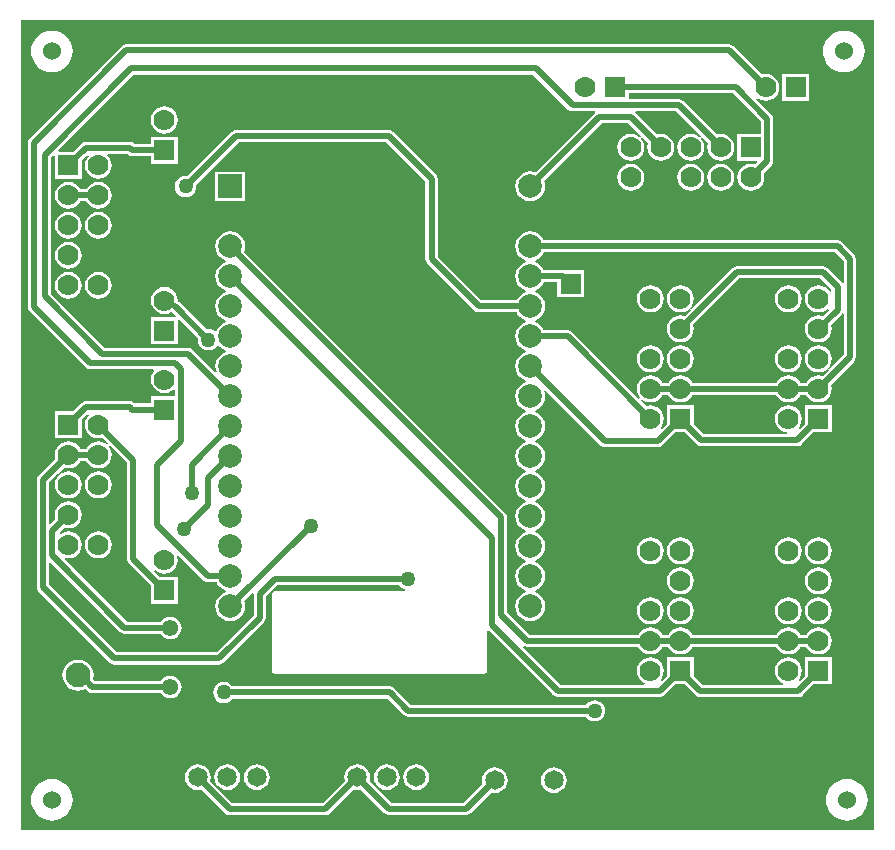
<source format=gbl>
G04*
G04 #@! TF.GenerationSoftware,Altium Limited,Altium Designer,21.6.4 (81)*
G04*
G04 Layer_Physical_Order=2*
G04 Layer_Color=16711680*
%FSLAX25Y25*%
%MOIN*%
G70*
G04*
G04 #@! TF.SameCoordinates,3774DA31-8614-4C77-8703-5363F9479B90*
G04*
G04*
G04 #@! TF.FilePolarity,Positive*
G04*
G01*
G75*
%ADD25C,0.02000*%
%ADD26C,0.06000*%
%ADD27R,0.07874X0.07874*%
%ADD28C,0.07874*%
%ADD29C,0.07000*%
%ADD30R,0.07000X0.07000*%
%ADD31C,0.06496*%
%ADD32R,0.06496X0.06496*%
%ADD33R,0.07000X0.07000*%
%ADD34C,0.05437*%
%ADD35C,0.08268*%
%ADD36C,0.05000*%
G36*
X407428Y166529D02*
X123335D01*
Y436471D01*
X407428D01*
Y166529D01*
D02*
G37*
%LPC*%
G36*
X397500Y432939D02*
X396146Y432806D01*
X394845Y432411D01*
X393645Y431770D01*
X392593Y430907D01*
X391730Y429855D01*
X391089Y428655D01*
X390694Y427354D01*
X390561Y426000D01*
X390694Y424646D01*
X391089Y423345D01*
X391730Y422145D01*
X392593Y421093D01*
X393645Y420230D01*
X394845Y419589D01*
X396146Y419194D01*
X397500Y419061D01*
X398854Y419194D01*
X400155Y419589D01*
X401355Y420230D01*
X402407Y421093D01*
X403269Y422145D01*
X403911Y423345D01*
X404306Y424646D01*
X404439Y426000D01*
X404306Y427354D01*
X403911Y428655D01*
X403269Y429855D01*
X402407Y430907D01*
X401355Y431770D01*
X400155Y432411D01*
X398854Y432806D01*
X397500Y432939D01*
D02*
G37*
G36*
X133500D02*
X132146Y432806D01*
X130845Y432411D01*
X129645Y431770D01*
X128593Y430907D01*
X127731Y429855D01*
X127089Y428655D01*
X126694Y427354D01*
X126561Y426000D01*
X126694Y424646D01*
X127089Y423345D01*
X127731Y422145D01*
X128593Y421093D01*
X129645Y420230D01*
X130845Y419589D01*
X132146Y419194D01*
X133500Y419061D01*
X134854Y419194D01*
X136155Y419589D01*
X137355Y420230D01*
X138407Y421093D01*
X139269Y422145D01*
X139911Y423345D01*
X140306Y424646D01*
X140439Y426000D01*
X140306Y427354D01*
X139911Y428655D01*
X139269Y429855D01*
X138407Y430907D01*
X137355Y431770D01*
X136155Y432411D01*
X134854Y432806D01*
X133500Y432939D01*
D02*
G37*
G36*
X386000Y418500D02*
X377000D01*
Y409500D01*
X386000D01*
Y418500D01*
D02*
G37*
G36*
X158358Y428339D02*
X157578Y428184D01*
X156916Y427742D01*
X126158Y396984D01*
X125716Y396322D01*
X125561Y395542D01*
Y340817D01*
X125716Y340037D01*
X126158Y339375D01*
X144869Y320665D01*
X145530Y320222D01*
X146311Y320067D01*
X167353D01*
X167600Y319567D01*
X167069Y318876D01*
X166616Y317781D01*
X166461Y316606D01*
X166616Y315432D01*
X167069Y314337D01*
X167791Y313397D01*
X168731Y312676D01*
X169825Y312222D01*
X171000Y312068D01*
X172175Y312222D01*
X173269Y312676D01*
X174061Y313283D01*
X174561Y313082D01*
Y311106D01*
X166500D01*
Y308646D01*
X161238D01*
X161042Y308842D01*
X160380Y309284D01*
X159600Y309439D01*
X144900D01*
X144120Y309284D01*
X143458Y308842D01*
X140616Y306000D01*
X134500D01*
Y297000D01*
X143500D01*
Y303116D01*
X145381Y304998D01*
X145758Y304667D01*
X145069Y303769D01*
X144616Y302675D01*
X144461Y301500D01*
X144616Y300325D01*
X145069Y299231D01*
X145791Y298291D01*
X146731Y297569D01*
X147825Y297116D01*
X149000Y296961D01*
X150175Y297116D01*
X150405Y297211D01*
X152264Y295352D01*
X152266Y295296D01*
X152089Y295147D01*
X151775Y295043D01*
X151269Y295431D01*
X150175Y295884D01*
X149000Y296039D01*
X147825Y295884D01*
X146731Y295431D01*
X145791Y294709D01*
X145069Y293769D01*
X144974Y293539D01*
X143026D01*
X142931Y293769D01*
X142209Y294709D01*
X141269Y295431D01*
X140175Y295884D01*
X139000Y296039D01*
X137825Y295884D01*
X136731Y295431D01*
X135791Y294709D01*
X135069Y293769D01*
X134616Y292675D01*
X134461Y291500D01*
X134616Y290325D01*
X134711Y290095D01*
X129058Y284442D01*
X128616Y283780D01*
X128461Y283000D01*
Y247500D01*
X128616Y246720D01*
X129058Y246058D01*
X152938Y222178D01*
X152938Y222178D01*
X153600Y221736D01*
X154380Y221581D01*
X154380Y221581D01*
X189252D01*
X190032Y221736D01*
X190694Y222178D01*
X204242Y235726D01*
X204684Y236388D01*
X204839Y237168D01*
X204839Y237168D01*
Y244234D01*
X208666Y248061D01*
X249253D01*
X249604Y247604D01*
X250335Y247043D01*
X251186Y246690D01*
X251133Y246193D01*
X207921D01*
X207531Y246115D01*
X207200Y245894D01*
X206979Y245563D01*
X206902Y245173D01*
Y219622D01*
X206979Y219232D01*
X207200Y218901D01*
X207531Y218680D01*
X207921Y218602D01*
X277567D01*
X277957Y218680D01*
X278288Y218901D01*
X278509Y219232D01*
X278587Y219622D01*
Y232867D01*
X279086Y233074D01*
X300719Y211442D01*
X300719Y211442D01*
X301381Y211000D01*
X302161Y210845D01*
X302161Y210845D01*
X336384D01*
X337164Y211000D01*
X337826Y211442D01*
X341384Y215000D01*
X344616D01*
X348258Y211358D01*
X348920Y210916D01*
X349700Y210761D01*
X382300D01*
X383080Y210916D01*
X383742Y211358D01*
X387384Y215000D01*
X393500D01*
Y224000D01*
X384500D01*
Y217884D01*
X382852Y216236D01*
X382796Y216234D01*
X382647Y216411D01*
X382543Y216725D01*
X382931Y217231D01*
X383384Y218325D01*
X383539Y219500D01*
X383384Y220675D01*
X382931Y221769D01*
X382209Y222709D01*
X381269Y223431D01*
X380175Y223884D01*
X379000Y224039D01*
X377825Y223884D01*
X376731Y223431D01*
X375791Y222709D01*
X375069Y221769D01*
X374616Y220675D01*
X374461Y219500D01*
X374616Y218325D01*
X375069Y217231D01*
X375791Y216291D01*
X376731Y215569D01*
X377286Y215339D01*
X377187Y214839D01*
X350545D01*
X347500Y217884D01*
Y224000D01*
X338500D01*
Y217884D01*
X336852Y216236D01*
X336796Y216234D01*
X336647Y216411D01*
X336543Y216725D01*
X336931Y217231D01*
X337384Y218325D01*
X337539Y219500D01*
X337384Y220675D01*
X336931Y221769D01*
X336209Y222709D01*
X335269Y223431D01*
X334175Y223884D01*
X333000Y224039D01*
X331825Y223884D01*
X330731Y223431D01*
X329791Y222709D01*
X329069Y221769D01*
X328616Y220675D01*
X328461Y219500D01*
X328616Y218325D01*
X329069Y217231D01*
X329791Y216291D01*
X330731Y215569D01*
X331084Y215423D01*
X330984Y214923D01*
X303006D01*
X290487Y227442D01*
X290805Y227830D01*
X291126Y227616D01*
X291906Y227461D01*
X328974D01*
X329069Y227231D01*
X329791Y226291D01*
X330731Y225569D01*
X331825Y225116D01*
X333000Y224961D01*
X334175Y225116D01*
X335269Y225569D01*
X336209Y226291D01*
X336931Y227231D01*
X337026Y227461D01*
X338974D01*
X339069Y227231D01*
X339791Y226291D01*
X340731Y225569D01*
X341825Y225116D01*
X343000Y224961D01*
X344175Y225116D01*
X345269Y225569D01*
X346209Y226291D01*
X346931Y227231D01*
X347026Y227461D01*
X374974D01*
X375069Y227231D01*
X375791Y226291D01*
X376731Y225569D01*
X377825Y225116D01*
X379000Y224961D01*
X380175Y225116D01*
X381269Y225569D01*
X382209Y226291D01*
X382931Y227231D01*
X383026Y227461D01*
X384974D01*
X385069Y227231D01*
X385791Y226291D01*
X386731Y225569D01*
X387825Y225116D01*
X389000Y224961D01*
X390175Y225116D01*
X391269Y225569D01*
X392209Y226291D01*
X392931Y227231D01*
X393384Y228325D01*
X393539Y229500D01*
X393384Y230675D01*
X392931Y231769D01*
X392209Y232709D01*
X391269Y233431D01*
X390175Y233884D01*
X389000Y234039D01*
X387825Y233884D01*
X386731Y233431D01*
X385791Y232709D01*
X385069Y231769D01*
X384974Y231539D01*
X383026D01*
X382931Y231769D01*
X382209Y232709D01*
X381269Y233431D01*
X380175Y233884D01*
X379000Y234039D01*
X377825Y233884D01*
X376731Y233431D01*
X375791Y232709D01*
X375069Y231769D01*
X374974Y231539D01*
X347026D01*
X346931Y231769D01*
X346209Y232709D01*
X345269Y233431D01*
X344175Y233884D01*
X343000Y234039D01*
X341825Y233884D01*
X340731Y233431D01*
X339791Y232709D01*
X339069Y231769D01*
X338974Y231539D01*
X337026D01*
X336931Y231769D01*
X336209Y232709D01*
X335269Y233431D01*
X334175Y233884D01*
X333000Y234039D01*
X331825Y233884D01*
X330731Y233431D01*
X329791Y232709D01*
X329069Y231769D01*
X328974Y231539D01*
X292751D01*
X285283Y239007D01*
Y270756D01*
X285128Y271536D01*
X284686Y272198D01*
X197623Y359261D01*
X197810Y359711D01*
X197980Y361000D01*
X197810Y362289D01*
X197312Y363490D01*
X196521Y364521D01*
X195490Y365313D01*
X194289Y365810D01*
X193000Y365980D01*
X191711Y365810D01*
X190510Y365313D01*
X189479Y364521D01*
X188688Y363490D01*
X188190Y362289D01*
X188020Y361000D01*
X188190Y359711D01*
X188688Y358510D01*
X189479Y357479D01*
X190510Y356687D01*
X191517Y356271D01*
Y355729D01*
X190510Y355312D01*
X189479Y354521D01*
X188688Y353490D01*
X188190Y352289D01*
X188020Y351000D01*
X188190Y349711D01*
X188688Y348510D01*
X189479Y347479D01*
X190510Y346688D01*
X191517Y346271D01*
Y345729D01*
X190510Y345312D01*
X189479Y344521D01*
X188688Y343490D01*
X188190Y342289D01*
X188020Y341000D01*
X188190Y339711D01*
X188688Y338510D01*
X189479Y337479D01*
X190510Y336687D01*
X191517Y336271D01*
Y335729D01*
X190510Y335313D01*
X189479Y334521D01*
X188688Y333490D01*
X188408Y332816D01*
X187800Y332653D01*
X187411Y332951D01*
X186559Y333304D01*
X185646Y333424D01*
X185074Y333349D01*
X175861Y342562D01*
X175525Y342787D01*
X175539Y342894D01*
X175384Y344069D01*
X174931Y345163D01*
X174209Y346103D01*
X173269Y346825D01*
X172175Y347278D01*
X171000Y347433D01*
X169825Y347278D01*
X168731Y346825D01*
X167791Y346103D01*
X167069Y345163D01*
X166616Y344069D01*
X166461Y342894D01*
X166616Y341719D01*
X167069Y340624D01*
X167791Y339684D01*
X168731Y338963D01*
X169825Y338510D01*
X171000Y338355D01*
X172175Y338510D01*
X173269Y338963D01*
X173509Y339147D01*
X174800Y337856D01*
X174609Y337394D01*
X166500D01*
Y328394D01*
X175500D01*
Y336502D01*
X175962Y336694D01*
X182191Y330465D01*
X182115Y329894D01*
X182236Y328980D01*
X182589Y328129D01*
X183150Y327398D01*
X183881Y326837D01*
X184732Y326484D01*
X185646Y326364D01*
X186559Y326484D01*
X187411Y326837D01*
X188142Y327398D01*
X188526Y327899D01*
X189129Y327935D01*
X189479Y327479D01*
X190510Y326688D01*
X191517Y326271D01*
Y325729D01*
X190510Y325312D01*
X189479Y324521D01*
X188688Y323490D01*
X188190Y322289D01*
X188020Y321000D01*
X188190Y319711D01*
X188409Y319181D01*
X187986Y318898D01*
X180242Y326642D01*
X179580Y327084D01*
X178800Y327239D01*
X151145D01*
X133116Y345268D01*
Y390529D01*
X134038Y391451D01*
X134500Y391259D01*
Y383500D01*
X143500D01*
Y389616D01*
X145381Y391498D01*
X145758Y391167D01*
X145069Y390269D01*
X144616Y389175D01*
X144461Y388000D01*
X144616Y386825D01*
X145069Y385731D01*
X145791Y384791D01*
X146731Y384069D01*
X147825Y383616D01*
X149000Y383461D01*
X150175Y383616D01*
X151269Y384069D01*
X152209Y384791D01*
X152931Y385731D01*
X153384Y386825D01*
X153539Y388000D01*
X153384Y389175D01*
X152931Y390269D01*
X152209Y391209D01*
X151978Y391387D01*
X152138Y391861D01*
X158755D01*
X158952Y391665D01*
X159613Y391222D01*
X160394Y391067D01*
X166500D01*
Y388606D01*
X175500D01*
Y397606D01*
X166500D01*
Y395146D01*
X161238D01*
X161042Y395342D01*
X160380Y395784D01*
X159600Y395939D01*
X144900D01*
X144120Y395784D01*
X143458Y395342D01*
X140616Y392500D01*
X135741D01*
X135549Y392962D01*
X160848Y418261D01*
X293955D01*
X305658Y406558D01*
X306320Y406116D01*
X307100Y405961D01*
X307100Y405961D01*
X314435D01*
X314586Y405461D01*
X314558Y405442D01*
X294739Y385623D01*
X294289Y385810D01*
X293000Y385980D01*
X291711Y385810D01*
X290510Y385313D01*
X289479Y384521D01*
X288687Y383490D01*
X288190Y382289D01*
X288020Y381000D01*
X288190Y379711D01*
X288687Y378510D01*
X289479Y377479D01*
X290510Y376688D01*
X291711Y376190D01*
X293000Y376020D01*
X294289Y376190D01*
X295490Y376688D01*
X296521Y377479D01*
X297312Y378510D01*
X297810Y379711D01*
X297980Y381000D01*
X297810Y382289D01*
X297623Y382739D01*
X316845Y401961D01*
X325655D01*
X329998Y397619D01*
X329667Y397242D01*
X329374Y397466D01*
X328769Y397931D01*
X327675Y398384D01*
X326500Y398539D01*
X325325Y398384D01*
X324231Y397931D01*
X323291Y397209D01*
X322569Y396269D01*
X322116Y395175D01*
X321961Y394000D01*
X322116Y392825D01*
X322569Y391731D01*
X323291Y390791D01*
X324231Y390069D01*
X325325Y389616D01*
X326500Y389461D01*
X327675Y389616D01*
X328769Y390069D01*
X329709Y390791D01*
X330431Y391731D01*
X330884Y392825D01*
X331039Y394000D01*
X330884Y395175D01*
X330431Y396269D01*
X329966Y396874D01*
X329742Y397167D01*
X330119Y397498D01*
X332211Y395405D01*
X332116Y395175D01*
X331961Y394000D01*
X332116Y392825D01*
X332569Y391731D01*
X333291Y390791D01*
X334231Y390069D01*
X335325Y389616D01*
X336500Y389461D01*
X337675Y389616D01*
X338769Y390069D01*
X339709Y390791D01*
X340431Y391731D01*
X340884Y392825D01*
X341039Y394000D01*
X340884Y395175D01*
X340431Y396269D01*
X339709Y397209D01*
X338769Y397931D01*
X337675Y398384D01*
X336500Y398539D01*
X335325Y398384D01*
X335095Y398289D01*
X327942Y405442D01*
X327914Y405461D01*
X328065Y405961D01*
X341655D01*
X349998Y397619D01*
X349667Y397242D01*
X349374Y397466D01*
X348769Y397931D01*
X347675Y398384D01*
X346500Y398539D01*
X345325Y398384D01*
X344231Y397931D01*
X343291Y397209D01*
X342569Y396269D01*
X342116Y395175D01*
X341961Y394000D01*
X342116Y392825D01*
X342569Y391731D01*
X343291Y390791D01*
X344231Y390069D01*
X345325Y389616D01*
X346500Y389461D01*
X347675Y389616D01*
X348769Y390069D01*
X349709Y390791D01*
X350431Y391731D01*
X350884Y392825D01*
X351039Y394000D01*
X350884Y395175D01*
X350431Y396269D01*
X349967Y396874D01*
X349742Y397167D01*
X350119Y397498D01*
X352211Y395405D01*
X352116Y395175D01*
X351961Y394000D01*
X352116Y392825D01*
X352569Y391731D01*
X353291Y390791D01*
X354231Y390069D01*
X355325Y389616D01*
X356500Y389461D01*
X357675Y389616D01*
X358769Y390069D01*
X359709Y390791D01*
X360431Y391731D01*
X360884Y392825D01*
X361039Y394000D01*
X360884Y395175D01*
X360431Y396269D01*
X359709Y397209D01*
X358769Y397931D01*
X357675Y398384D01*
X356500Y398539D01*
X355325Y398384D01*
X355095Y398289D01*
X343942Y409442D01*
X343280Y409884D01*
X342500Y410039D01*
X325894D01*
Y411961D01*
X360655D01*
X369961Y402655D01*
Y398500D01*
X362000D01*
Y389500D01*
X368463D01*
X368654Y389038D01*
X367905Y388289D01*
X367675Y388384D01*
X366500Y388539D01*
X365325Y388384D01*
X364231Y387931D01*
X363291Y387209D01*
X362569Y386269D01*
X362116Y385175D01*
X361961Y384000D01*
X362116Y382825D01*
X362569Y381731D01*
X363291Y380791D01*
X364231Y380069D01*
X365325Y379616D01*
X366500Y379461D01*
X367675Y379616D01*
X368769Y380069D01*
X369709Y380791D01*
X370431Y381731D01*
X370884Y382825D01*
X371039Y384000D01*
X370884Y385175D01*
X370789Y385405D01*
X373442Y388058D01*
X373442Y388058D01*
X373884Y388720D01*
X374039Y389500D01*
Y403500D01*
X373884Y404280D01*
X373442Y404942D01*
X368236Y410148D01*
X368234Y410204D01*
X368411Y410353D01*
X368725Y410457D01*
X369231Y410069D01*
X370325Y409616D01*
X371500Y409461D01*
X372675Y409616D01*
X373769Y410069D01*
X374709Y410791D01*
X375431Y411731D01*
X375884Y412825D01*
X376039Y414000D01*
X375884Y415175D01*
X375431Y416269D01*
X374709Y417209D01*
X373769Y417931D01*
X372675Y418384D01*
X371500Y418539D01*
X370325Y418384D01*
X370095Y418289D01*
X360642Y427742D01*
X359980Y428184D01*
X359200Y428339D01*
X158358D01*
X158358Y428339D01*
D02*
G37*
G36*
X171000Y407645D02*
X169825Y407491D01*
X168731Y407037D01*
X167791Y406316D01*
X167069Y405376D01*
X166616Y404281D01*
X166461Y403106D01*
X166616Y401932D01*
X167069Y400837D01*
X167791Y399897D01*
X168731Y399176D01*
X169825Y398722D01*
X171000Y398568D01*
X172175Y398722D01*
X173269Y399176D01*
X174209Y399897D01*
X174931Y400837D01*
X175384Y401932D01*
X175539Y403106D01*
X175384Y404281D01*
X174931Y405376D01*
X174209Y406316D01*
X173269Y407037D01*
X172175Y407491D01*
X171000Y407645D01*
D02*
G37*
G36*
X149000Y382539D02*
X147825Y382384D01*
X146731Y381931D01*
X145791Y381209D01*
X145069Y380269D01*
X144974Y380039D01*
X143026D01*
X142931Y380269D01*
X142209Y381209D01*
X141269Y381931D01*
X140175Y382384D01*
X139000Y382539D01*
X137825Y382384D01*
X136731Y381931D01*
X135791Y381209D01*
X135069Y380269D01*
X134616Y379175D01*
X134461Y378000D01*
X134616Y376825D01*
X135069Y375731D01*
X135791Y374791D01*
X136731Y374069D01*
X137825Y373616D01*
X139000Y373461D01*
X140175Y373616D01*
X141269Y374069D01*
X142209Y374791D01*
X142931Y375731D01*
X143026Y375961D01*
X144974D01*
X145069Y375731D01*
X145791Y374791D01*
X146731Y374069D01*
X147825Y373616D01*
X149000Y373461D01*
X150175Y373616D01*
X151269Y374069D01*
X152209Y374791D01*
X152931Y375731D01*
X153384Y376825D01*
X153539Y378000D01*
X153384Y379175D01*
X152931Y380269D01*
X152209Y381209D01*
X151269Y381931D01*
X150175Y382384D01*
X149000Y382539D01*
D02*
G37*
G36*
X356500Y388539D02*
X355325Y388384D01*
X354231Y387931D01*
X353291Y387209D01*
X352569Y386269D01*
X352116Y385175D01*
X351961Y384000D01*
X352116Y382825D01*
X352569Y381731D01*
X353291Y380791D01*
X354231Y380069D01*
X355325Y379616D01*
X356500Y379461D01*
X357675Y379616D01*
X358769Y380069D01*
X359709Y380791D01*
X360431Y381731D01*
X360884Y382825D01*
X361039Y384000D01*
X360884Y385175D01*
X360431Y386269D01*
X359709Y387209D01*
X358769Y387931D01*
X357675Y388384D01*
X356500Y388539D01*
D02*
G37*
G36*
X346500D02*
X345325Y388384D01*
X344231Y387931D01*
X343291Y387209D01*
X342569Y386269D01*
X342116Y385175D01*
X341961Y384000D01*
X342116Y382825D01*
X342569Y381731D01*
X343291Y380791D01*
X344231Y380069D01*
X345325Y379616D01*
X346500Y379461D01*
X347675Y379616D01*
X348769Y380069D01*
X349709Y380791D01*
X350431Y381731D01*
X350884Y382825D01*
X351039Y384000D01*
X350884Y385175D01*
X350431Y386269D01*
X349709Y387209D01*
X348769Y387931D01*
X347675Y388384D01*
X346500Y388539D01*
D02*
G37*
G36*
X326500D02*
X325325Y388384D01*
X324231Y387931D01*
X323291Y387209D01*
X322569Y386269D01*
X322116Y385175D01*
X321961Y384000D01*
X322116Y382825D01*
X322569Y381731D01*
X323291Y380791D01*
X324231Y380069D01*
X325325Y379616D01*
X326500Y379461D01*
X327675Y379616D01*
X328769Y380069D01*
X329709Y380791D01*
X330431Y381731D01*
X330884Y382825D01*
X331039Y384000D01*
X330884Y385175D01*
X330431Y386269D01*
X329709Y387209D01*
X328769Y387931D01*
X327675Y388384D01*
X326500Y388539D01*
D02*
G37*
G36*
X197937Y385937D02*
X188063D01*
Y376063D01*
X197937D01*
Y385937D01*
D02*
G37*
G36*
X149000Y372539D02*
X147825Y372384D01*
X146731Y371931D01*
X145791Y371209D01*
X145069Y370269D01*
X144616Y369175D01*
X144461Y368000D01*
X144616Y366825D01*
X145069Y365731D01*
X145791Y364791D01*
X146731Y364069D01*
X147825Y363616D01*
X149000Y363461D01*
X150175Y363616D01*
X151269Y364069D01*
X152209Y364791D01*
X152931Y365731D01*
X153384Y366825D01*
X153539Y368000D01*
X153384Y369175D01*
X152931Y370269D01*
X152209Y371209D01*
X151269Y371931D01*
X150175Y372384D01*
X149000Y372539D01*
D02*
G37*
G36*
X139000D02*
X137825Y372384D01*
X136731Y371931D01*
X135791Y371209D01*
X135069Y370269D01*
X134616Y369175D01*
X134461Y368000D01*
X134616Y366825D01*
X135069Y365731D01*
X135791Y364791D01*
X136731Y364069D01*
X137825Y363616D01*
X139000Y363461D01*
X140175Y363616D01*
X141269Y364069D01*
X142209Y364791D01*
X142931Y365731D01*
X143384Y366825D01*
X143539Y368000D01*
X143384Y369175D01*
X142931Y370269D01*
X142209Y371209D01*
X141269Y371931D01*
X140175Y372384D01*
X139000Y372539D01*
D02*
G37*
G36*
Y362539D02*
X137825Y362384D01*
X136731Y361931D01*
X135791Y361209D01*
X135069Y360269D01*
X134616Y359175D01*
X134461Y358000D01*
X134616Y356825D01*
X135069Y355731D01*
X135791Y354791D01*
X136731Y354069D01*
X137825Y353616D01*
X139000Y353461D01*
X140175Y353616D01*
X141269Y354069D01*
X142209Y354791D01*
X142931Y355731D01*
X143384Y356825D01*
X143539Y358000D01*
X143384Y359175D01*
X142931Y360269D01*
X142209Y361209D01*
X141269Y361931D01*
X140175Y362384D01*
X139000Y362539D01*
D02*
G37*
G36*
X149000Y352539D02*
X147825Y352384D01*
X146731Y351931D01*
X145791Y351209D01*
X145069Y350269D01*
X144616Y349175D01*
X144461Y348000D01*
X144616Y346825D01*
X145069Y345731D01*
X145791Y344791D01*
X146731Y344069D01*
X147825Y343616D01*
X149000Y343461D01*
X150175Y343616D01*
X151269Y344069D01*
X152209Y344791D01*
X152931Y345731D01*
X153384Y346825D01*
X153539Y348000D01*
X153384Y349175D01*
X152931Y350269D01*
X152209Y351209D01*
X151269Y351931D01*
X150175Y352384D01*
X149000Y352539D01*
D02*
G37*
G36*
X139000D02*
X137825Y352384D01*
X136731Y351931D01*
X135791Y351209D01*
X135069Y350269D01*
X134616Y349175D01*
X134461Y348000D01*
X134616Y346825D01*
X135069Y345731D01*
X135791Y344791D01*
X136731Y344069D01*
X137825Y343616D01*
X139000Y343461D01*
X140175Y343616D01*
X141269Y344069D01*
X142209Y344791D01*
X142931Y345731D01*
X143384Y346825D01*
X143539Y348000D01*
X143384Y349175D01*
X142931Y350269D01*
X142209Y351209D01*
X141269Y351931D01*
X140175Y352384D01*
X139000Y352539D01*
D02*
G37*
G36*
X245815Y399824D02*
X194890D01*
X194110Y399669D01*
X193448Y399227D01*
X178676Y384455D01*
X178105Y384530D01*
X177191Y384410D01*
X176340Y384057D01*
X175609Y383496D01*
X175048Y382765D01*
X174695Y381914D01*
X174575Y381000D01*
X174695Y380086D01*
X175048Y379235D01*
X175609Y378504D01*
X176340Y377943D01*
X177191Y377590D01*
X178105Y377470D01*
X179019Y377590D01*
X179870Y377943D01*
X180601Y378504D01*
X181162Y379235D01*
X181515Y380086D01*
X181635Y381000D01*
X181560Y381571D01*
X195735Y395746D01*
X244970D01*
X258057Y382660D01*
Y356744D01*
X258212Y355964D01*
X258654Y355302D01*
X274398Y339558D01*
X274398Y339558D01*
X275059Y339116D01*
X275840Y338961D01*
X275840Y338961D01*
X288501D01*
X288687Y338510D01*
X289479Y337479D01*
X290510Y336687D01*
X291517Y336271D01*
Y335729D01*
X290510Y335313D01*
X289479Y334521D01*
X288687Y333490D01*
X288190Y332289D01*
X288020Y331000D01*
X288190Y329711D01*
X288687Y328510D01*
X289479Y327479D01*
X290510Y326688D01*
X291517Y326271D01*
Y325729D01*
X290510Y325312D01*
X289479Y324521D01*
X288687Y323490D01*
X288190Y322289D01*
X288020Y321000D01*
X288190Y319711D01*
X288687Y318510D01*
X289479Y317479D01*
X290510Y316687D01*
X291517Y316271D01*
Y315729D01*
X290510Y315313D01*
X289479Y314521D01*
X288687Y313490D01*
X288190Y312289D01*
X288020Y311000D01*
X288190Y309711D01*
X288687Y308510D01*
X289479Y307479D01*
X290510Y306687D01*
X291517Y306271D01*
Y305729D01*
X290510Y305312D01*
X289479Y304521D01*
X288687Y303490D01*
X288190Y302289D01*
X288020Y301000D01*
X288190Y299711D01*
X288687Y298510D01*
X289479Y297479D01*
X290510Y296688D01*
X291517Y296271D01*
Y295729D01*
X290510Y295312D01*
X289479Y294521D01*
X288687Y293490D01*
X288190Y292289D01*
X288020Y291000D01*
X288190Y289711D01*
X288687Y288510D01*
X289479Y287479D01*
X290510Y286687D01*
X291517Y286271D01*
Y285729D01*
X290510Y285313D01*
X289479Y284521D01*
X288687Y283490D01*
X288190Y282289D01*
X288020Y281000D01*
X288190Y279711D01*
X288687Y278510D01*
X289479Y277479D01*
X290510Y276688D01*
X291517Y276271D01*
Y275729D01*
X290510Y275312D01*
X289479Y274521D01*
X288687Y273490D01*
X288190Y272289D01*
X288020Y271000D01*
X288190Y269711D01*
X288687Y268510D01*
X289479Y267479D01*
X290510Y266687D01*
X291517Y266271D01*
Y265729D01*
X290510Y265313D01*
X289479Y264521D01*
X288687Y263490D01*
X288190Y262289D01*
X288020Y261000D01*
X288190Y259711D01*
X288687Y258510D01*
X289479Y257479D01*
X290510Y256687D01*
X291517Y256271D01*
Y255729D01*
X290510Y255312D01*
X289479Y254521D01*
X288687Y253490D01*
X288190Y252289D01*
X288020Y251000D01*
X288190Y249711D01*
X288687Y248510D01*
X289479Y247479D01*
X290510Y246688D01*
X291517Y246271D01*
Y245729D01*
X290510Y245312D01*
X289479Y244521D01*
X288687Y243490D01*
X288190Y242289D01*
X288020Y241000D01*
X288190Y239711D01*
X288687Y238510D01*
X289479Y237479D01*
X290510Y236687D01*
X291711Y236190D01*
X293000Y236020D01*
X294289Y236190D01*
X295490Y236687D01*
X296521Y237479D01*
X297312Y238510D01*
X297810Y239711D01*
X297980Y241000D01*
X297810Y242289D01*
X297312Y243490D01*
X296521Y244521D01*
X295490Y245312D01*
X294483Y245729D01*
Y246271D01*
X295490Y246688D01*
X296521Y247479D01*
X297312Y248510D01*
X297810Y249711D01*
X297980Y251000D01*
X297810Y252289D01*
X297312Y253490D01*
X296521Y254521D01*
X295490Y255312D01*
X294483Y255729D01*
Y256271D01*
X295490Y256687D01*
X296521Y257479D01*
X297312Y258510D01*
X297810Y259711D01*
X297980Y261000D01*
X297810Y262289D01*
X297312Y263490D01*
X296521Y264521D01*
X295490Y265313D01*
X294483Y265729D01*
Y266271D01*
X295490Y266687D01*
X296521Y267479D01*
X297312Y268510D01*
X297810Y269711D01*
X297980Y271000D01*
X297810Y272289D01*
X297312Y273490D01*
X296521Y274521D01*
X295490Y275312D01*
X294483Y275729D01*
Y276271D01*
X295490Y276688D01*
X296521Y277479D01*
X297312Y278510D01*
X297810Y279711D01*
X297980Y281000D01*
X297810Y282289D01*
X297312Y283490D01*
X296521Y284521D01*
X295490Y285313D01*
X294483Y285729D01*
Y286271D01*
X295490Y286687D01*
X296521Y287479D01*
X297312Y288510D01*
X297810Y289711D01*
X297980Y291000D01*
X297810Y292289D01*
X297312Y293490D01*
X296521Y294521D01*
X295490Y295312D01*
X294483Y295729D01*
Y296271D01*
X295490Y296688D01*
X296521Y297479D01*
X297312Y298510D01*
X297810Y299711D01*
X297980Y301000D01*
X297810Y302289D01*
X297312Y303490D01*
X296521Y304521D01*
X295490Y305312D01*
X294483Y305729D01*
Y306271D01*
X295490Y306687D01*
X296521Y307479D01*
X297312Y308510D01*
X297810Y309711D01*
X297980Y311000D01*
X297810Y312289D01*
X297590Y312819D01*
X298014Y313102D01*
X316558Y294558D01*
X317220Y294116D01*
X318000Y293961D01*
X335500D01*
X336280Y294116D01*
X336942Y294558D01*
X341384Y299000D01*
X344616D01*
X348564Y295052D01*
X348564Y295052D01*
X349226Y294610D01*
X350006Y294455D01*
X381994D01*
X382774Y294610D01*
X383436Y295052D01*
X387384Y299000D01*
X393500D01*
Y308000D01*
X384500D01*
Y301884D01*
X382852Y300236D01*
X382796Y300234D01*
X382692Y300342D01*
X382543Y300726D01*
X382931Y301231D01*
X383384Y302325D01*
X383539Y303500D01*
X383384Y304675D01*
X382931Y305769D01*
X382209Y306709D01*
X381269Y307431D01*
X380175Y307884D01*
X379000Y308039D01*
X377825Y307884D01*
X376731Y307431D01*
X375791Y306709D01*
X375069Y305769D01*
X374616Y304675D01*
X374461Y303500D01*
X374616Y302325D01*
X375069Y301231D01*
X375791Y300291D01*
X376731Y299569D01*
X377825Y299116D01*
X378454Y299033D01*
X378422Y298533D01*
X350851D01*
X347500Y301884D01*
Y308000D01*
X338500D01*
Y301884D01*
X336852Y300236D01*
X336796Y300234D01*
X336647Y300411D01*
X336543Y300726D01*
X336931Y301231D01*
X337384Y302325D01*
X337539Y303500D01*
X337384Y304675D01*
X336931Y305769D01*
X336209Y306709D01*
X335269Y307431D01*
X334175Y307884D01*
X333000Y308039D01*
X331825Y307884D01*
X331595Y307789D01*
X329736Y309648D01*
X329734Y309704D01*
X329911Y309853D01*
X330225Y309957D01*
X330731Y309569D01*
X331825Y309116D01*
X333000Y308961D01*
X334175Y309116D01*
X335269Y309569D01*
X336209Y310291D01*
X336931Y311231D01*
X337026Y311461D01*
X338974D01*
X339069Y311231D01*
X339791Y310291D01*
X340731Y309569D01*
X341825Y309116D01*
X343000Y308961D01*
X344175Y309116D01*
X345269Y309569D01*
X346209Y310291D01*
X346931Y311231D01*
X347026Y311461D01*
X374974D01*
X375069Y311231D01*
X375791Y310291D01*
X376731Y309569D01*
X377825Y309116D01*
X379000Y308961D01*
X380175Y309116D01*
X381269Y309569D01*
X382209Y310291D01*
X382931Y311231D01*
X383026Y311461D01*
X384974D01*
X385069Y311231D01*
X385791Y310291D01*
X386731Y309569D01*
X387825Y309116D01*
X389000Y308961D01*
X390175Y309116D01*
X391269Y309569D01*
X392209Y310291D01*
X392931Y311231D01*
X393384Y312325D01*
X393539Y313500D01*
X393384Y314675D01*
X393289Y314905D01*
X400930Y322546D01*
X401372Y323207D01*
X401527Y323988D01*
Y356912D01*
X401527Y356912D01*
X401372Y357693D01*
X400930Y358354D01*
X400930Y358354D01*
X396842Y362442D01*
X396180Y362884D01*
X395400Y363039D01*
X297499D01*
X297312Y363490D01*
X296521Y364521D01*
X295490Y365313D01*
X294289Y365810D01*
X293000Y365980D01*
X291711Y365810D01*
X290510Y365313D01*
X289479Y364521D01*
X288687Y363490D01*
X288190Y362289D01*
X288020Y361000D01*
X288190Y359711D01*
X288687Y358510D01*
X289479Y357479D01*
X290510Y356687D01*
X291517Y356271D01*
Y355729D01*
X290510Y355312D01*
X289479Y354521D01*
X288687Y353490D01*
X288190Y352289D01*
X288020Y351000D01*
X288190Y349711D01*
X288687Y348510D01*
X289479Y347479D01*
X290510Y346688D01*
X291517Y346271D01*
Y345729D01*
X290510Y345312D01*
X289479Y344521D01*
X288687Y343490D01*
X288501Y343039D01*
X276684D01*
X262135Y357589D01*
Y383504D01*
X261980Y384284D01*
X261538Y384946D01*
X247257Y399227D01*
X246595Y399669D01*
X245815Y399824D01*
D02*
G37*
G36*
X389000Y264039D02*
X387825Y263884D01*
X386731Y263431D01*
X385791Y262709D01*
X385069Y261769D01*
X384616Y260675D01*
X384461Y259500D01*
X384616Y258325D01*
X385069Y257231D01*
X385791Y256291D01*
X386731Y255569D01*
X387825Y255116D01*
X389000Y254961D01*
X390175Y255116D01*
X391269Y255569D01*
X392209Y256291D01*
X392931Y257231D01*
X393384Y258325D01*
X393539Y259500D01*
X393384Y260675D01*
X392931Y261769D01*
X392209Y262709D01*
X391269Y263431D01*
X390175Y263884D01*
X389000Y264039D01*
D02*
G37*
G36*
X379000D02*
X377825Y263884D01*
X376731Y263431D01*
X375791Y262709D01*
X375069Y261769D01*
X374616Y260675D01*
X374461Y259500D01*
X374616Y258325D01*
X375069Y257231D01*
X375791Y256291D01*
X376731Y255569D01*
X377825Y255116D01*
X379000Y254961D01*
X380175Y255116D01*
X381269Y255569D01*
X382209Y256291D01*
X382931Y257231D01*
X383384Y258325D01*
X383539Y259500D01*
X383384Y260675D01*
X382931Y261769D01*
X382209Y262709D01*
X381269Y263431D01*
X380175Y263884D01*
X379000Y264039D01*
D02*
G37*
G36*
X343000D02*
X341825Y263884D01*
X340731Y263431D01*
X339791Y262709D01*
X339069Y261769D01*
X338616Y260675D01*
X338461Y259500D01*
X338616Y258325D01*
X339069Y257231D01*
X339791Y256291D01*
X340731Y255569D01*
X341825Y255116D01*
X343000Y254961D01*
X344175Y255116D01*
X345269Y255569D01*
X346209Y256291D01*
X346931Y257231D01*
X347384Y258325D01*
X347539Y259500D01*
X347384Y260675D01*
X346931Y261769D01*
X346209Y262709D01*
X345269Y263431D01*
X344175Y263884D01*
X343000Y264039D01*
D02*
G37*
G36*
X333000D02*
X331825Y263884D01*
X330731Y263431D01*
X329791Y262709D01*
X329069Y261769D01*
X328616Y260675D01*
X328461Y259500D01*
X328616Y258325D01*
X329069Y257231D01*
X329791Y256291D01*
X330731Y255569D01*
X331825Y255116D01*
X333000Y254961D01*
X334175Y255116D01*
X335269Y255569D01*
X336209Y256291D01*
X336931Y257231D01*
X337384Y258325D01*
X337539Y259500D01*
X337384Y260675D01*
X336931Y261769D01*
X336209Y262709D01*
X335269Y263431D01*
X334175Y263884D01*
X333000Y264039D01*
D02*
G37*
G36*
X389000Y254039D02*
X387825Y253884D01*
X386731Y253431D01*
X385791Y252709D01*
X385069Y251769D01*
X384616Y250675D01*
X384461Y249500D01*
X384616Y248325D01*
X385069Y247231D01*
X385791Y246291D01*
X386731Y245569D01*
X387825Y245116D01*
X389000Y244961D01*
X390175Y245116D01*
X391269Y245569D01*
X392209Y246291D01*
X392931Y247231D01*
X393384Y248325D01*
X393539Y249500D01*
X393384Y250675D01*
X392931Y251769D01*
X392209Y252709D01*
X391269Y253431D01*
X390175Y253884D01*
X389000Y254039D01*
D02*
G37*
G36*
X343000D02*
X341825Y253884D01*
X340731Y253431D01*
X339791Y252709D01*
X339069Y251769D01*
X338616Y250675D01*
X338461Y249500D01*
X338616Y248325D01*
X339069Y247231D01*
X339791Y246291D01*
X340731Y245569D01*
X341825Y245116D01*
X343000Y244961D01*
X344175Y245116D01*
X345269Y245569D01*
X346209Y246291D01*
X346931Y247231D01*
X347384Y248325D01*
X347539Y249500D01*
X347384Y250675D01*
X346931Y251769D01*
X346209Y252709D01*
X345269Y253431D01*
X344175Y253884D01*
X343000Y254039D01*
D02*
G37*
G36*
X389000Y244039D02*
X387825Y243884D01*
X386731Y243431D01*
X385791Y242709D01*
X385069Y241769D01*
X384616Y240675D01*
X384461Y239500D01*
X384616Y238325D01*
X385069Y237231D01*
X385791Y236291D01*
X386731Y235569D01*
X387825Y235116D01*
X389000Y234961D01*
X390175Y235116D01*
X391269Y235569D01*
X392209Y236291D01*
X392931Y237231D01*
X393384Y238325D01*
X393539Y239500D01*
X393384Y240675D01*
X392931Y241769D01*
X392209Y242709D01*
X391269Y243431D01*
X390175Y243884D01*
X389000Y244039D01*
D02*
G37*
G36*
X379000D02*
X377825Y243884D01*
X376731Y243431D01*
X375791Y242709D01*
X375069Y241769D01*
X374616Y240675D01*
X374461Y239500D01*
X374616Y238325D01*
X375069Y237231D01*
X375791Y236291D01*
X376731Y235569D01*
X377825Y235116D01*
X379000Y234961D01*
X380175Y235116D01*
X381269Y235569D01*
X382209Y236291D01*
X382931Y237231D01*
X383384Y238325D01*
X383539Y239500D01*
X383384Y240675D01*
X382931Y241769D01*
X382209Y242709D01*
X381269Y243431D01*
X380175Y243884D01*
X379000Y244039D01*
D02*
G37*
G36*
X343000D02*
X341825Y243884D01*
X340731Y243431D01*
X339791Y242709D01*
X339069Y241769D01*
X338616Y240675D01*
X338461Y239500D01*
X338616Y238325D01*
X339069Y237231D01*
X339791Y236291D01*
X340731Y235569D01*
X341825Y235116D01*
X343000Y234961D01*
X344175Y235116D01*
X345269Y235569D01*
X346209Y236291D01*
X346931Y237231D01*
X347384Y238325D01*
X347539Y239500D01*
X347384Y240675D01*
X346931Y241769D01*
X346209Y242709D01*
X345269Y243431D01*
X344175Y243884D01*
X343000Y244039D01*
D02*
G37*
G36*
X333000D02*
X331825Y243884D01*
X330731Y243431D01*
X329791Y242709D01*
X329069Y241769D01*
X328616Y240675D01*
X328461Y239500D01*
X328616Y238325D01*
X329069Y237231D01*
X329791Y236291D01*
X330731Y235569D01*
X331825Y235116D01*
X333000Y234961D01*
X334175Y235116D01*
X335269Y235569D01*
X336209Y236291D01*
X336931Y237231D01*
X337384Y238325D01*
X337539Y239500D01*
X337384Y240675D01*
X336931Y241769D01*
X336209Y242709D01*
X335269Y243431D01*
X334175Y243884D01*
X333000Y244039D01*
D02*
G37*
G36*
X142219Y223233D02*
X140879Y223057D01*
X139630Y222539D01*
X138558Y221716D01*
X137735Y220644D01*
X137218Y219395D01*
X137041Y218055D01*
X137218Y216715D01*
X137735Y215466D01*
X138558Y214393D01*
X139630Y213571D01*
X140879Y213053D01*
X142219Y212877D01*
X143560Y213053D01*
X144750Y213546D01*
X145581Y212716D01*
X146243Y212273D01*
X147023Y212118D01*
X169878D01*
X170348Y211505D01*
X171125Y210909D01*
X172029Y210535D01*
X173000Y210407D01*
X173971Y210535D01*
X174875Y210909D01*
X175652Y211505D01*
X176248Y212282D01*
X176623Y213187D01*
X176751Y214157D01*
X176623Y215128D01*
X176248Y216033D01*
X175652Y216810D01*
X174875Y217406D01*
X173971Y217780D01*
X173000Y217908D01*
X172029Y217780D01*
X171125Y217406D01*
X170348Y216810D01*
X169878Y216197D01*
X147868D01*
X147236Y216828D01*
X147398Y218055D01*
X147221Y219395D01*
X146704Y220644D01*
X145881Y221716D01*
X144809Y222539D01*
X143560Y223057D01*
X142219Y223233D01*
D02*
G37*
G36*
X190828Y215831D02*
X189914Y215711D01*
X189063Y215358D01*
X188332Y214797D01*
X187771Y214066D01*
X187418Y213214D01*
X187298Y212301D01*
X187418Y211387D01*
X187771Y210536D01*
X188332Y209805D01*
X189063Y209243D01*
X189914Y208891D01*
X190828Y208771D01*
X191742Y208891D01*
X192593Y209243D01*
X193324Y209805D01*
X193675Y210262D01*
X245319D01*
X250826Y204754D01*
X251488Y204312D01*
X252268Y204157D01*
X252268Y204157D01*
X311578D01*
X311929Y203700D01*
X312660Y203139D01*
X313511Y202786D01*
X314425Y202666D01*
X315339Y202786D01*
X316190Y203139D01*
X316921Y203700D01*
X317482Y204431D01*
X317835Y205283D01*
X317955Y206196D01*
X317835Y207110D01*
X317482Y207961D01*
X316921Y208693D01*
X316190Y209254D01*
X315339Y209606D01*
X314425Y209727D01*
X313511Y209606D01*
X312660Y209254D01*
X311929Y208693D01*
X311578Y208236D01*
X253113D01*
X247605Y213743D01*
X246944Y214185D01*
X246164Y214340D01*
X193675D01*
X193324Y214797D01*
X192593Y215358D01*
X191742Y215711D01*
X190828Y215831D01*
D02*
G37*
G36*
X255000Y188285D02*
X253891Y188139D01*
X252858Y187711D01*
X251970Y187030D01*
X251289Y186142D01*
X250861Y185109D01*
X250715Y184000D01*
X250861Y182891D01*
X251289Y181858D01*
X251970Y180970D01*
X252858Y180289D01*
X253891Y179861D01*
X255000Y179715D01*
X256109Y179861D01*
X257142Y180289D01*
X258030Y180970D01*
X258711Y181858D01*
X259139Y182891D01*
X259285Y184000D01*
X259139Y185109D01*
X258711Y186142D01*
X258030Y187030D01*
X257142Y187711D01*
X256109Y188139D01*
X255000Y188285D01*
D02*
G37*
G36*
X245157D02*
X244048Y188139D01*
X243015Y187711D01*
X242128Y187030D01*
X241447Y186142D01*
X241019Y185109D01*
X240873Y184000D01*
X241019Y182891D01*
X241447Y181858D01*
X242128Y180970D01*
X243015Y180289D01*
X244048Y179861D01*
X245157Y179715D01*
X246266Y179861D01*
X247300Y180289D01*
X248187Y180970D01*
X248868Y181858D01*
X249296Y182891D01*
X249442Y184000D01*
X249296Y185109D01*
X248868Y186142D01*
X248187Y187030D01*
X247300Y187711D01*
X246266Y188139D01*
X245157Y188285D01*
D02*
G37*
G36*
X201843D02*
X200734Y188139D01*
X199700Y187711D01*
X198813Y187030D01*
X198132Y186142D01*
X197704Y185109D01*
X197558Y184000D01*
X197704Y182891D01*
X198132Y181858D01*
X198813Y180970D01*
X199700Y180289D01*
X200734Y179861D01*
X201843Y179715D01*
X202952Y179861D01*
X203985Y180289D01*
X204872Y180970D01*
X205553Y181858D01*
X205981Y182891D01*
X206127Y184000D01*
X205981Y185109D01*
X205553Y186142D01*
X204872Y187030D01*
X203985Y187711D01*
X202952Y188139D01*
X201843Y188285D01*
D02*
G37*
G36*
X192000D02*
X190891Y188139D01*
X189858Y187711D01*
X188970Y187030D01*
X188289Y186142D01*
X187861Y185109D01*
X187715Y184000D01*
X187861Y182891D01*
X188289Y181858D01*
X188970Y180970D01*
X189858Y180289D01*
X190891Y179861D01*
X192000Y179715D01*
X193109Y179861D01*
X194142Y180289D01*
X195030Y180970D01*
X195711Y181858D01*
X196139Y182891D01*
X196285Y184000D01*
X196139Y185109D01*
X195711Y186142D01*
X195030Y187030D01*
X194142Y187711D01*
X193109Y188139D01*
X192000Y188285D01*
D02*
G37*
G36*
X300843Y187285D02*
X299734Y187139D01*
X298700Y186711D01*
X297813Y186030D01*
X297132Y185142D01*
X296704Y184109D01*
X296558Y183000D01*
X296704Y181891D01*
X297132Y180858D01*
X297813Y179970D01*
X298700Y179289D01*
X299734Y178861D01*
X300843Y178715D01*
X301952Y178861D01*
X302985Y179289D01*
X303872Y179970D01*
X304553Y180858D01*
X304981Y181891D01*
X305127Y183000D01*
X304981Y184109D01*
X304553Y185142D01*
X303872Y186030D01*
X302985Y186711D01*
X301952Y187139D01*
X300843Y187285D01*
D02*
G37*
G36*
X235315Y188285D02*
X234206Y188139D01*
X233172Y187711D01*
X232285Y187030D01*
X231604Y186142D01*
X231176Y185109D01*
X231030Y184000D01*
X231176Y182891D01*
X231219Y182788D01*
X223870Y175439D01*
X193602D01*
X186253Y182788D01*
X186296Y182891D01*
X186442Y184000D01*
X186296Y185109D01*
X185868Y186142D01*
X185187Y187030D01*
X184300Y187711D01*
X183266Y188139D01*
X182157Y188285D01*
X181048Y188139D01*
X180015Y187711D01*
X179128Y187030D01*
X178447Y186142D01*
X178019Y185109D01*
X177873Y184000D01*
X178019Y182891D01*
X178447Y181858D01*
X179128Y180970D01*
X180015Y180289D01*
X181048Y179861D01*
X182157Y179715D01*
X183266Y179861D01*
X183370Y179904D01*
X191315Y171958D01*
X191977Y171516D01*
X192757Y171361D01*
X224715D01*
X225495Y171516D01*
X226157Y171958D01*
X234103Y179904D01*
X234206Y179861D01*
X235315Y179715D01*
X236424Y179861D01*
X236527Y179904D01*
X244373Y172058D01*
X245034Y171616D01*
X245815Y171461D01*
X271658D01*
X272438Y171616D01*
X273099Y172058D01*
X279945Y178904D01*
X280049Y178861D01*
X281158Y178715D01*
X282267Y178861D01*
X283300Y179289D01*
X284187Y179970D01*
X284868Y180858D01*
X285296Y181891D01*
X285442Y183000D01*
X285296Y184109D01*
X284868Y185142D01*
X284187Y186030D01*
X283300Y186711D01*
X282267Y187139D01*
X281158Y187285D01*
X280049Y187139D01*
X279015Y186711D01*
X278128Y186030D01*
X277447Y185142D01*
X277019Y184109D01*
X276873Y183000D01*
X277019Y181891D01*
X277062Y181788D01*
X270813Y175539D01*
X246659D01*
X239411Y182788D01*
X239454Y182891D01*
X239599Y184000D01*
X239454Y185109D01*
X239025Y186142D01*
X238345Y187030D01*
X237457Y187711D01*
X236424Y188139D01*
X235315Y188285D01*
D02*
G37*
G36*
X398500Y183439D02*
X397146Y183306D01*
X395845Y182911D01*
X394645Y182270D01*
X393593Y181407D01*
X392730Y180355D01*
X392089Y179155D01*
X391694Y177854D01*
X391561Y176500D01*
X391694Y175146D01*
X392089Y173845D01*
X392730Y172645D01*
X393593Y171593D01*
X394645Y170730D01*
X395845Y170089D01*
X397146Y169694D01*
X398500Y169561D01*
X399854Y169694D01*
X401155Y170089D01*
X402355Y170730D01*
X403407Y171593D01*
X404270Y172645D01*
X404911Y173845D01*
X405306Y175146D01*
X405439Y176500D01*
X405306Y177854D01*
X404911Y179155D01*
X404270Y180355D01*
X403407Y181407D01*
X402355Y182270D01*
X401155Y182911D01*
X399854Y183306D01*
X398500Y183439D01*
D02*
G37*
G36*
X133500D02*
X132146Y183306D01*
X130845Y182911D01*
X129645Y182270D01*
X128593Y181407D01*
X127731Y180355D01*
X127089Y179155D01*
X126694Y177854D01*
X126561Y176500D01*
X126694Y175146D01*
X127089Y173845D01*
X127731Y172645D01*
X128593Y171593D01*
X129645Y170730D01*
X130845Y170089D01*
X132146Y169694D01*
X133500Y169561D01*
X134854Y169694D01*
X136155Y170089D01*
X137355Y170730D01*
X138407Y171593D01*
X139269Y172645D01*
X139911Y173845D01*
X140306Y175146D01*
X140439Y176500D01*
X140306Y177854D01*
X139911Y179155D01*
X139269Y180355D01*
X138407Y181407D01*
X137355Y182270D01*
X136155Y182911D01*
X134854Y183306D01*
X133500Y183439D01*
D02*
G37*
%LPD*%
G36*
X152852Y294764D02*
X158661Y288955D01*
Y256694D01*
X158816Y255913D01*
X159258Y255252D01*
X166500Y248010D01*
Y241894D01*
X175500D01*
Y250894D01*
X169384D01*
X167502Y252775D01*
X167833Y253152D01*
X168731Y252463D01*
X169825Y252010D01*
X171000Y251855D01*
X172175Y252010D01*
X173269Y252463D01*
X174209Y253184D01*
X174931Y254124D01*
X175384Y255219D01*
X175539Y256394D01*
X175384Y257569D01*
X175274Y257835D01*
X175698Y258119D01*
X184258Y249558D01*
X184920Y249116D01*
X185700Y248961D01*
X188501D01*
X188688Y248510D01*
X189479Y247479D01*
X190510Y246688D01*
X191517Y246271D01*
Y245729D01*
X190510Y245312D01*
X189479Y244521D01*
X188688Y243490D01*
X188190Y242289D01*
X188020Y241000D01*
X188190Y239711D01*
X188688Y238510D01*
X189479Y237479D01*
X190510Y236687D01*
X191711Y236190D01*
X193000Y236020D01*
X194289Y236190D01*
X195490Y236687D01*
X196521Y237479D01*
X197312Y238510D01*
X197810Y239711D01*
X197980Y241000D01*
X197810Y242289D01*
X197623Y242739D01*
X200323Y245439D01*
X200783Y245193D01*
X200761Y245079D01*
Y238013D01*
X188407Y225659D01*
X155225D01*
X132539Y248345D01*
Y255424D01*
X133001Y255615D01*
X156216Y232401D01*
X156877Y231959D01*
X157657Y231803D01*
X169878D01*
X170348Y231190D01*
X171125Y230594D01*
X172029Y230220D01*
X173000Y230092D01*
X173971Y230220D01*
X174875Y230594D01*
X175652Y231190D01*
X176248Y231967D01*
X176623Y232872D01*
X176751Y233843D01*
X176623Y234813D01*
X176248Y235718D01*
X175652Y236495D01*
X174875Y237091D01*
X173971Y237465D01*
X173000Y237593D01*
X172029Y237465D01*
X171125Y237091D01*
X170348Y236495D01*
X169878Y235882D01*
X158502D01*
X137764Y256620D01*
X137998Y257093D01*
X139000Y256961D01*
X140175Y257116D01*
X141269Y257569D01*
X142209Y258291D01*
X142931Y259231D01*
X143384Y260325D01*
X143539Y261500D01*
X143384Y262675D01*
X142931Y263769D01*
X142209Y264709D01*
X141269Y265431D01*
X140175Y265884D01*
X139000Y266039D01*
X137825Y265884D01*
X136731Y265431D01*
X136463Y265225D01*
X135921Y265440D01*
X135907Y265523D01*
X137595Y267211D01*
X137825Y267116D01*
X139000Y266961D01*
X140175Y267116D01*
X141269Y267569D01*
X142209Y268291D01*
X142931Y269231D01*
X143384Y270325D01*
X143539Y271500D01*
X143384Y272675D01*
X142931Y273769D01*
X142209Y274709D01*
X141269Y275431D01*
X140175Y275884D01*
X139000Y276039D01*
X137825Y275884D01*
X136731Y275431D01*
X135791Y274709D01*
X135069Y273769D01*
X134616Y272675D01*
X134461Y271500D01*
X134616Y270325D01*
X134711Y270095D01*
X133001Y268385D01*
X132539Y268576D01*
Y282155D01*
X135381Y284998D01*
X135758Y284667D01*
X135533Y284374D01*
X135069Y283769D01*
X134616Y282675D01*
X134461Y281500D01*
X134616Y280325D01*
X135069Y279231D01*
X135791Y278291D01*
X136731Y277569D01*
X137825Y277116D01*
X139000Y276961D01*
X140175Y277116D01*
X141269Y277569D01*
X142209Y278291D01*
X142931Y279231D01*
X143384Y280325D01*
X143539Y281500D01*
X143384Y282675D01*
X142931Y283769D01*
X142209Y284709D01*
X141269Y285431D01*
X140175Y285884D01*
X139000Y286039D01*
X137825Y285884D01*
X136731Y285431D01*
X136126Y284966D01*
X135833Y284742D01*
X135502Y285119D01*
X137595Y287211D01*
X137825Y287116D01*
X139000Y286961D01*
X140175Y287116D01*
X141269Y287569D01*
X142209Y288291D01*
X142931Y289231D01*
X143026Y289461D01*
X144974D01*
X145069Y289231D01*
X145791Y288291D01*
X146731Y287569D01*
X147825Y287116D01*
X149000Y286961D01*
X150175Y287116D01*
X151269Y287569D01*
X152209Y288291D01*
X152931Y289231D01*
X153384Y290325D01*
X153539Y291500D01*
X153384Y292675D01*
X152931Y293769D01*
X152543Y294274D01*
X152647Y294589D01*
X152796Y294766D01*
X152852Y294764D01*
D02*
G37*
%LPC*%
G36*
X149000Y286039D02*
X147825Y285884D01*
X146731Y285431D01*
X145791Y284709D01*
X145069Y283769D01*
X144616Y282675D01*
X144461Y281500D01*
X144616Y280325D01*
X145069Y279231D01*
X145791Y278291D01*
X146731Y277569D01*
X147825Y277116D01*
X149000Y276961D01*
X150175Y277116D01*
X151269Y277569D01*
X152209Y278291D01*
X152931Y279231D01*
X153384Y280325D01*
X153539Y281500D01*
X153384Y282675D01*
X152931Y283769D01*
X152209Y284709D01*
X151269Y285431D01*
X150175Y285884D01*
X149000Y286039D01*
D02*
G37*
G36*
Y266039D02*
X147825Y265884D01*
X146731Y265431D01*
X145791Y264709D01*
X145069Y263769D01*
X144616Y262675D01*
X144461Y261500D01*
X144616Y260325D01*
X145069Y259231D01*
X145791Y258291D01*
X146731Y257569D01*
X147825Y257116D01*
X149000Y256961D01*
X150175Y257116D01*
X151269Y257569D01*
X152209Y258291D01*
X152931Y259231D01*
X153384Y260325D01*
X153539Y261500D01*
X153384Y262675D01*
X152931Y263769D01*
X152209Y264709D01*
X151269Y265431D01*
X150175Y265884D01*
X149000Y266039D01*
D02*
G37*
%LPD*%
G36*
X397449Y356067D02*
Y348938D01*
X396949Y348786D01*
X396842Y348946D01*
X392006Y353782D01*
X391345Y354224D01*
X390564Y354379D01*
X361840D01*
X361060Y354224D01*
X360398Y353782D01*
X346619Y340002D01*
X346242Y340333D01*
X346466Y340626D01*
X346931Y341231D01*
X347384Y342325D01*
X347539Y343500D01*
X347384Y344675D01*
X346931Y345769D01*
X346209Y346709D01*
X345269Y347431D01*
X344175Y347884D01*
X343000Y348039D01*
X341825Y347884D01*
X340731Y347431D01*
X339791Y346709D01*
X339069Y345769D01*
X338616Y344675D01*
X338461Y343500D01*
X338616Y342325D01*
X339069Y341231D01*
X339791Y340291D01*
X340731Y339569D01*
X341825Y339116D01*
X343000Y338961D01*
X344175Y339116D01*
X345269Y339569D01*
X345874Y340034D01*
X346167Y340258D01*
X346498Y339881D01*
X344405Y337789D01*
X344175Y337884D01*
X343000Y338039D01*
X341825Y337884D01*
X340731Y337431D01*
X339791Y336709D01*
X339069Y335769D01*
X338616Y334675D01*
X338461Y333500D01*
X338616Y332325D01*
X339069Y331231D01*
X339791Y330291D01*
X340731Y329569D01*
X341825Y329116D01*
X343000Y328961D01*
X344175Y329116D01*
X345269Y329569D01*
X346209Y330291D01*
X346931Y331231D01*
X347384Y332325D01*
X347539Y333500D01*
X347384Y334675D01*
X347289Y334905D01*
X362685Y350301D01*
X389720D01*
X393361Y346659D01*
Y345949D01*
X392861Y345861D01*
X392209Y346709D01*
X391269Y347431D01*
X390175Y347884D01*
X389000Y348039D01*
X387825Y347884D01*
X386731Y347431D01*
X385791Y346709D01*
X385069Y345769D01*
X384616Y344675D01*
X384461Y343500D01*
X384616Y342325D01*
X385069Y341231D01*
X385791Y340291D01*
X386731Y339569D01*
X387825Y339116D01*
X389000Y338961D01*
X390175Y339116D01*
X391269Y339569D01*
X392167Y340258D01*
X392498Y339881D01*
X390405Y337789D01*
X390175Y337884D01*
X389000Y338039D01*
X387825Y337884D01*
X386731Y337431D01*
X385791Y336709D01*
X385069Y335769D01*
X384616Y334675D01*
X384461Y333500D01*
X384616Y332325D01*
X385069Y331231D01*
X385791Y330291D01*
X386731Y329569D01*
X387825Y329116D01*
X389000Y328961D01*
X390175Y329116D01*
X391269Y329569D01*
X392209Y330291D01*
X392931Y331231D01*
X393384Y332325D01*
X393539Y333500D01*
X393384Y334675D01*
X393289Y334905D01*
X396842Y338458D01*
X396949Y338618D01*
X397449Y338466D01*
Y324833D01*
X392619Y320002D01*
X392242Y320333D01*
X392466Y320626D01*
X392931Y321231D01*
X393384Y322325D01*
X393539Y323500D01*
X393384Y324675D01*
X392931Y325769D01*
X392209Y326709D01*
X391269Y327431D01*
X390175Y327884D01*
X389000Y328039D01*
X387825Y327884D01*
X386731Y327431D01*
X385791Y326709D01*
X385069Y325769D01*
X384616Y324675D01*
X384461Y323500D01*
X384616Y322325D01*
X385069Y321231D01*
X385791Y320291D01*
X386731Y319569D01*
X387825Y319116D01*
X389000Y318961D01*
X390175Y319116D01*
X391269Y319569D01*
X391874Y320034D01*
X392167Y320258D01*
X392498Y319881D01*
X390405Y317789D01*
X390175Y317884D01*
X389000Y318039D01*
X387825Y317884D01*
X386731Y317431D01*
X385791Y316709D01*
X385069Y315769D01*
X384974Y315539D01*
X383026D01*
X382931Y315769D01*
X382209Y316709D01*
X381269Y317431D01*
X380175Y317884D01*
X379000Y318039D01*
X377825Y317884D01*
X376731Y317431D01*
X375791Y316709D01*
X375069Y315769D01*
X374974Y315539D01*
X347026D01*
X346931Y315769D01*
X346209Y316709D01*
X345269Y317431D01*
X344175Y317884D01*
X343000Y318039D01*
X341825Y317884D01*
X340731Y317431D01*
X339791Y316709D01*
X339069Y315769D01*
X338974Y315539D01*
X337026D01*
X336931Y315769D01*
X336209Y316709D01*
X335269Y317431D01*
X334175Y317884D01*
X333000Y318039D01*
X331825Y317884D01*
X330731Y317431D01*
X329791Y316709D01*
X329069Y315769D01*
X328616Y314675D01*
X328461Y313500D01*
X328616Y312325D01*
X329069Y311231D01*
X329457Y310725D01*
X329353Y310411D01*
X329204Y310234D01*
X329148Y310236D01*
X306942Y332442D01*
X306280Y332884D01*
X305500Y333039D01*
X297499D01*
X297312Y333490D01*
X296521Y334521D01*
X295490Y335313D01*
X294483Y335729D01*
Y336271D01*
X295490Y336687D01*
X296521Y337479D01*
X297312Y338510D01*
X297810Y339711D01*
X297980Y341000D01*
X297810Y342289D01*
X297312Y343490D01*
X296521Y344521D01*
X295490Y345312D01*
X294483Y345729D01*
Y346271D01*
X295490Y346688D01*
X296521Y347479D01*
X297312Y348510D01*
X297499Y348961D01*
X302000D01*
Y343996D01*
X311000D01*
Y352996D01*
X304214D01*
X303996Y353039D01*
X297499D01*
X297312Y353490D01*
X296521Y354521D01*
X295490Y355312D01*
X294483Y355729D01*
Y356271D01*
X295490Y356687D01*
X296521Y357479D01*
X297312Y358510D01*
X297499Y358961D01*
X394555D01*
X397449Y356067D01*
D02*
G37*
%LPC*%
G36*
X379000Y348039D02*
X377825Y347884D01*
X376731Y347431D01*
X375791Y346709D01*
X375069Y345769D01*
X374616Y344675D01*
X374461Y343500D01*
X374616Y342325D01*
X375069Y341231D01*
X375791Y340291D01*
X376731Y339569D01*
X377825Y339116D01*
X379000Y338961D01*
X380175Y339116D01*
X381269Y339569D01*
X382209Y340291D01*
X382931Y341231D01*
X383384Y342325D01*
X383539Y343500D01*
X383384Y344675D01*
X382931Y345769D01*
X382209Y346709D01*
X381269Y347431D01*
X380175Y347884D01*
X379000Y348039D01*
D02*
G37*
G36*
X333000D02*
X331825Y347884D01*
X330731Y347431D01*
X329791Y346709D01*
X329069Y345769D01*
X328616Y344675D01*
X328461Y343500D01*
X328616Y342325D01*
X329069Y341231D01*
X329791Y340291D01*
X330731Y339569D01*
X331825Y339116D01*
X333000Y338961D01*
X334175Y339116D01*
X335269Y339569D01*
X336209Y340291D01*
X336931Y341231D01*
X337384Y342325D01*
X337539Y343500D01*
X337384Y344675D01*
X336931Y345769D01*
X336209Y346709D01*
X335269Y347431D01*
X334175Y347884D01*
X333000Y348039D01*
D02*
G37*
G36*
X379000Y328039D02*
X377825Y327884D01*
X376731Y327431D01*
X375791Y326709D01*
X375069Y325769D01*
X374616Y324675D01*
X374461Y323500D01*
X374616Y322325D01*
X375069Y321231D01*
X375791Y320291D01*
X376731Y319569D01*
X377825Y319116D01*
X379000Y318961D01*
X380175Y319116D01*
X381269Y319569D01*
X382209Y320291D01*
X382931Y321231D01*
X383384Y322325D01*
X383539Y323500D01*
X383384Y324675D01*
X382931Y325769D01*
X382209Y326709D01*
X381269Y327431D01*
X380175Y327884D01*
X379000Y328039D01*
D02*
G37*
G36*
X343000D02*
X341825Y327884D01*
X340731Y327431D01*
X339791Y326709D01*
X339069Y325769D01*
X338616Y324675D01*
X338461Y323500D01*
X338616Y322325D01*
X339069Y321231D01*
X339791Y320291D01*
X340731Y319569D01*
X341825Y319116D01*
X343000Y318961D01*
X344175Y319116D01*
X345269Y319569D01*
X346209Y320291D01*
X346931Y321231D01*
X347384Y322325D01*
X347539Y323500D01*
X347384Y324675D01*
X346931Y325769D01*
X346209Y326709D01*
X345269Y327431D01*
X344175Y327884D01*
X343000Y328039D01*
D02*
G37*
G36*
X333000D02*
X331825Y327884D01*
X330731Y327431D01*
X329791Y326709D01*
X329069Y325769D01*
X328616Y324675D01*
X328461Y323500D01*
X328616Y322325D01*
X329069Y321231D01*
X329791Y320291D01*
X330731Y319569D01*
X331825Y319116D01*
X333000Y318961D01*
X334175Y319116D01*
X335269Y319569D01*
X336209Y320291D01*
X336931Y321231D01*
X337384Y322325D01*
X337539Y323500D01*
X337384Y324675D01*
X336931Y325769D01*
X336209Y326709D01*
X335269Y327431D01*
X334175Y327884D01*
X333000Y328039D01*
D02*
G37*
%LPD*%
D25*
X275840Y341000D02*
X293000D01*
X260096Y356744D02*
X275840Y341000D01*
X260096Y356744D02*
Y383504D01*
X303996Y351000D02*
X306500Y348496D01*
X293000Y351000D02*
X303996D01*
X382300Y212800D02*
X389000Y219500D01*
X349700Y212800D02*
X382300D01*
X343000Y219500D02*
X349700Y212800D01*
X280244Y234801D02*
X302161Y212884D01*
X336384D01*
X343000Y219500D01*
X146311Y322106D02*
X174494D01*
X127600Y340817D02*
Y395542D01*
Y340817D02*
X146311Y322106D01*
X127600Y395542D02*
X158358Y426300D01*
X131077Y344423D02*
Y391373D01*
X160003Y420300D01*
X131077Y344423D02*
X150300Y325200D01*
X202800Y245079D02*
X207821Y250100D01*
X252100D01*
X202800Y237168D02*
Y245079D01*
X180074Y283703D02*
X180131Y283646D01*
Y278617D02*
Y283646D01*
X180074Y288074D02*
X193000Y301000D01*
X180074Y283703D02*
Y288074D01*
X174419Y341121D02*
X185646Y329894D01*
X168700Y288131D02*
X176600Y296031D01*
X168700Y268000D02*
Y288131D01*
X176600Y296031D02*
Y320000D01*
X185646Y283646D02*
X193000Y291000D01*
X177500Y266700D02*
X185646Y274846D01*
Y283646D01*
X171000Y342894D02*
X172353D01*
X174126Y341121D01*
X174419D01*
X178105Y381000D02*
X194890Y397785D01*
X245815D01*
X260096Y383504D01*
X130500Y247500D02*
X154380Y223620D01*
X189252D02*
X202800Y237168D01*
X154380Y223620D02*
X189252D01*
X158358Y426300D02*
X359200D01*
X160003Y420300D02*
X294800D01*
X350006Y296494D02*
X381994D01*
X343000Y303500D02*
X350006Y296494D01*
X381994D02*
X389000Y303500D01*
X361840Y352340D02*
X390564D01*
X395400Y339900D02*
Y347504D01*
X390564Y352340D02*
X395400Y347504D01*
X389000Y333500D02*
X395400Y339900D01*
X399488Y323988D02*
Y356912D01*
X389000Y313500D02*
X399488Y323988D01*
X395400Y361000D02*
X399488Y356912D01*
X343000Y333500D02*
X361840Y352340D01*
X252268Y206196D02*
X314425D01*
X246164Y212301D02*
X252268Y206196D01*
X333000Y229500D02*
X343000D01*
X283244Y238162D02*
Y270756D01*
X291906Y229500D02*
X333000D01*
X343000D02*
X379000D01*
X283244Y238162D02*
X291906Y229500D01*
X280244Y234801D02*
Y263756D01*
X190828Y212301D02*
X246164D01*
X143125Y218055D02*
X147023Y214157D01*
X142219Y218055D02*
X143125D01*
X147023Y214157D02*
X173000D01*
X359200Y426300D02*
X371500Y414000D01*
X174494Y322106D02*
X176600Y320000D01*
X168700Y268000D02*
X185700Y251000D01*
X193000D01*
X160394Y306606D02*
X171000D01*
X159600Y307400D02*
X160394Y306606D01*
X144900Y307400D02*
X159600D01*
X139000Y301500D02*
X144900Y307400D01*
X160394Y393106D02*
X171000D01*
X159600Y393900D02*
X160394Y393106D01*
X144900Y393900D02*
X159600D01*
X139000Y388000D02*
X144900Y393900D01*
X342500Y408000D02*
X356500Y394000D01*
X307100Y408000D02*
X342500D01*
X294800Y420300D02*
X307100Y408000D01*
X150300Y325200D02*
X178800D01*
X193000Y311000D01*
X366500Y384000D02*
X372000Y389500D01*
Y403500D01*
X361500Y414000D02*
X372000Y403500D01*
X321394Y414000D02*
X361500D01*
X130500Y247500D02*
Y283000D01*
X139000Y291500D01*
X157657Y233843D02*
X173000D01*
X133500Y258000D02*
X157657Y233843D01*
X133500Y258000D02*
Y266000D01*
X139000Y271500D01*
X193000Y241000D02*
X219900Y267900D01*
X160700Y256694D02*
X171000Y246394D01*
X160700Y256694D02*
Y289800D01*
X149000Y301500D02*
X160700Y289800D01*
X293000Y361000D02*
X395400D01*
X193000Y351000D02*
X280244Y263756D01*
X193000Y361000D02*
X283244Y270756D01*
X293000Y331000D02*
X305500D01*
X333000Y303500D01*
X293000Y321000D02*
X318000Y296000D01*
X335500D01*
X343000Y303500D01*
X293000Y381000D02*
X316000Y404000D01*
X326500D01*
X336500Y394000D01*
X235315Y184000D02*
X245815Y173500D01*
X271658D01*
X281158Y183000D01*
X224715Y173400D02*
X235315Y184000D01*
X192757Y173400D02*
X224715D01*
X182157Y184000D02*
X192757Y173400D01*
X379000Y313500D02*
X389000D01*
X343000D02*
X379000D01*
X333000D02*
X343000D01*
X379000Y229500D02*
X389000D01*
X139000Y378000D02*
X149000D01*
X139000Y291500D02*
X149000D01*
D26*
X133500Y176500D02*
D03*
Y426000D02*
D03*
X398500Y176500D02*
D03*
X397500Y426000D02*
D03*
D27*
X193000Y381000D02*
D03*
D28*
Y371000D02*
D03*
Y361000D02*
D03*
Y351000D02*
D03*
Y341000D02*
D03*
Y331000D02*
D03*
Y321000D02*
D03*
Y311000D02*
D03*
Y301000D02*
D03*
Y291000D02*
D03*
Y281000D02*
D03*
Y271000D02*
D03*
Y261000D02*
D03*
Y251000D02*
D03*
Y241000D02*
D03*
X293000Y381000D02*
D03*
Y371000D02*
D03*
Y361000D02*
D03*
Y351000D02*
D03*
Y341000D02*
D03*
Y331000D02*
D03*
Y321000D02*
D03*
Y311000D02*
D03*
Y301000D02*
D03*
Y291000D02*
D03*
Y281000D02*
D03*
Y271000D02*
D03*
Y261000D02*
D03*
Y251000D02*
D03*
Y241000D02*
D03*
D29*
X171000Y256394D02*
D03*
Y316606D02*
D03*
Y403106D02*
D03*
Y342894D02*
D03*
X343000Y259500D02*
D03*
Y249500D02*
D03*
Y239500D02*
D03*
Y229500D02*
D03*
X333000Y259500D02*
D03*
Y249500D02*
D03*
Y239500D02*
D03*
Y229500D02*
D03*
Y219500D02*
D03*
X389000Y259500D02*
D03*
Y249500D02*
D03*
Y239500D02*
D03*
Y229500D02*
D03*
X379000Y259500D02*
D03*
Y249500D02*
D03*
Y239500D02*
D03*
Y229500D02*
D03*
Y219500D02*
D03*
X343000Y343500D02*
D03*
Y333500D02*
D03*
Y323500D02*
D03*
Y313500D02*
D03*
X333000Y343500D02*
D03*
Y333500D02*
D03*
Y323500D02*
D03*
Y313500D02*
D03*
Y303500D02*
D03*
X389000Y343500D02*
D03*
Y333500D02*
D03*
Y323500D02*
D03*
Y313500D02*
D03*
X379000Y343500D02*
D03*
Y333500D02*
D03*
Y323500D02*
D03*
Y313500D02*
D03*
Y303500D02*
D03*
X306500Y338496D02*
D03*
X139000Y348000D02*
D03*
Y358000D02*
D03*
Y368000D02*
D03*
Y378000D02*
D03*
X149000Y348000D02*
D03*
Y358000D02*
D03*
Y368000D02*
D03*
Y378000D02*
D03*
Y388000D02*
D03*
X326500Y394000D02*
D03*
X336500D02*
D03*
X346500D02*
D03*
X356500D02*
D03*
X326500Y384000D02*
D03*
X336500D02*
D03*
X346500D02*
D03*
X356500D02*
D03*
X366500D02*
D03*
X139000Y261500D02*
D03*
Y271500D02*
D03*
Y281500D02*
D03*
Y291500D02*
D03*
X149000Y261500D02*
D03*
Y271500D02*
D03*
Y281500D02*
D03*
Y291500D02*
D03*
Y301500D02*
D03*
X371500Y414000D02*
D03*
X311394D02*
D03*
D30*
X171000Y246394D02*
D03*
Y306606D02*
D03*
Y393106D02*
D03*
Y332894D02*
D03*
X343000Y219500D02*
D03*
X389000D02*
D03*
X343000Y303500D02*
D03*
X389000D02*
D03*
X306500Y348496D02*
D03*
X139000Y388000D02*
D03*
Y301500D02*
D03*
D31*
X255000Y184000D02*
D03*
X245157D02*
D03*
X235315D02*
D03*
X201843D02*
D03*
X192000D02*
D03*
X182157D02*
D03*
X281158Y183000D02*
D03*
X291000D02*
D03*
X300843D02*
D03*
D32*
X225472Y184000D02*
D03*
X172315D02*
D03*
D33*
X366500Y394000D02*
D03*
X381500Y414000D02*
D03*
X321394D02*
D03*
D34*
X173000Y214157D02*
D03*
Y233843D02*
D03*
D35*
X142219Y198370D02*
D03*
Y218055D02*
D03*
D36*
X180131Y278617D02*
D03*
X185646Y329894D02*
D03*
X178105Y381000D02*
D03*
X314425Y206196D02*
D03*
X190828Y212301D02*
D03*
X177500Y266700D02*
D03*
X252100Y250100D02*
D03*
X219900Y267900D02*
D03*
M02*

</source>
